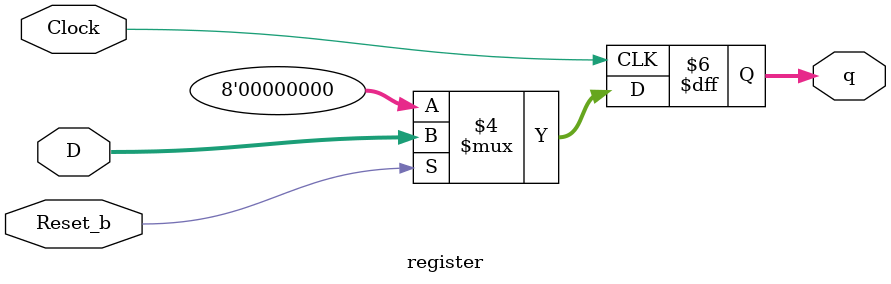
<source format=v>
module register (input[7:0] D, input Reset_b, Clock, output reg[7:0] q);	
	always @(posedge Clock)
	begin 
		if (Reset_b == 1'b0)
			q <= 0;
		else
			q <= D;
	end	
endmodule
</source>
